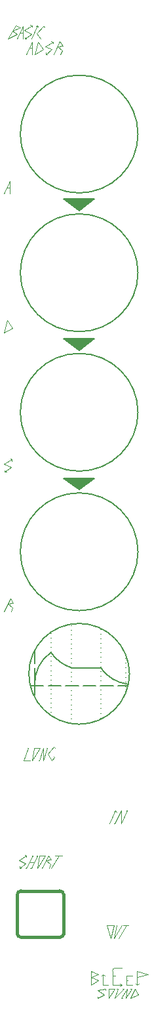
<source format=gto>
G04 #@! TF.GenerationSoftware,KiCad,Pcbnew,7.0.7-7.0.7~ubuntu22.04.1*
G04 #@! TF.CreationDate,2024-01-01T18:28:44+01:00*
G04 #@! TF.ProjectId,Basic-ADSR,42617369-632d-4414-9453-522e6b696361,rev?*
G04 #@! TF.SameCoordinates,Original*
G04 #@! TF.FileFunction,Legend,Top*
G04 #@! TF.FilePolarity,Positive*
%FSLAX46Y46*%
G04 Gerber Fmt 4.6, Leading zero omitted, Abs format (unit mm)*
G04 Created by KiCad (PCBNEW 7.0.7-7.0.7~ubuntu22.04.1) date 2024-01-01 18:28:44*
%MOMM*%
%LPD*%
G01*
G04 APERTURE LIST*
%ADD10C,0.120000*%
%ADD11C,0.150000*%
%ADD12C,0.400000*%
%ADD13C,0.100000*%
%ADD14O,6.700000X4.200000*%
G04 APERTURE END LIST*
D10*
X92700000Y-133200000D02*
X92500000Y-133100000D01*
X90900000Y-26800000D02*
X91900000Y-26400000D01*
X102600000Y-148500000D02*
X102600000Y-149900000D01*
X94100000Y-26100000D02*
X93900000Y-26200000D01*
X102600000Y-148500000D02*
X102400000Y-148700000D01*
D11*
X93250000Y-111250000D02*
X94900000Y-111250000D01*
X95500000Y-111250000D02*
X97150000Y-111250000D01*
X97750000Y-111250000D02*
X99400000Y-111250000D01*
X100000000Y-111250000D02*
X101650000Y-111250000D01*
X102250000Y-111250000D02*
X103900000Y-111250000D01*
X104500000Y-111250000D02*
X105750000Y-111250000D01*
D10*
X90500000Y-46200000D02*
X89800000Y-47800000D01*
X102600000Y-148500000D02*
X102800000Y-148700000D01*
X94050000Y-27125000D02*
X94500000Y-27800000D01*
X101000000Y-149900000D02*
X102000000Y-149300000D01*
D11*
X93750000Y-106750000D02*
X93750000Y-108400000D01*
X93750000Y-109000000D02*
X93750000Y-110650000D01*
X93750000Y-111250000D02*
X93750000Y-112500000D01*
D10*
X97300000Y-29300000D02*
X97100000Y-29800000D01*
X90500000Y-46200000D02*
X90500000Y-47800000D01*
D12*
X91500000Y-143250000D02*
G75*
G03*
X92000000Y-143750000I500000J0D01*
G01*
D10*
X94850000Y-119300000D02*
X94350000Y-120900000D01*
D12*
X97000000Y-143750000D02*
X92000000Y-143750000D01*
D10*
X93400000Y-28200000D02*
X93400000Y-29800000D01*
D11*
X102284856Y-104000000D02*
X102284856Y-104000000D01*
X102284856Y-104600000D02*
X102284856Y-104600000D01*
X102284856Y-105200000D02*
X102284856Y-105200000D01*
X102284856Y-105800000D02*
X102284856Y-105800000D01*
X102284856Y-106400000D02*
X102284856Y-106400000D01*
X102284856Y-107000000D02*
X102284856Y-107000000D01*
X102284856Y-107600000D02*
X102284856Y-107600000D01*
X102284856Y-108200000D02*
X102284856Y-108200000D01*
X102284856Y-108800000D02*
X102284856Y-108800000D01*
X102284856Y-109400000D02*
X102284856Y-109400000D01*
X102284856Y-110000000D02*
X102284856Y-110000000D01*
X102284856Y-110600000D02*
X102284856Y-110600000D01*
X102284856Y-111200000D02*
X102284856Y-111200000D01*
X102284856Y-111800000D02*
X102284856Y-111800000D01*
X102284856Y-112400000D02*
X102284856Y-112400000D01*
X102284856Y-113000000D02*
X102284856Y-113000000D01*
X102284856Y-113600000D02*
X102284856Y-113600000D01*
X102284856Y-114200000D02*
X102284856Y-114200000D01*
X102284856Y-114800000D02*
X102284856Y-114800000D01*
X102284856Y-115400000D02*
X102284856Y-115400000D01*
D10*
X105000000Y-149900000D02*
X104800000Y-150100000D01*
X92500000Y-27800000D02*
X92700000Y-27800000D01*
D11*
X99500000Y-50000000D02*
X97500000Y-48500000D01*
X101500000Y-48500000D01*
X99500000Y-50000000D01*
G36*
X99500000Y-50000000D02*
G01*
X97500000Y-48500000D01*
X101500000Y-48500000D01*
X99500000Y-50000000D01*
G37*
D10*
X91900000Y-26400000D02*
X91300000Y-26100000D01*
X105600000Y-148700000D02*
X105600000Y-149900000D01*
X104500000Y-150400000D02*
X104300000Y-150400000D01*
D11*
X107100000Y-94000000D02*
G75*
G03*
X107100000Y-94000000I-7600000J0D01*
G01*
D10*
X103100000Y-142150000D02*
X104000000Y-142150000D01*
X96000000Y-29200000D02*
X95200000Y-29800000D01*
X93050000Y-134100000D02*
X93600000Y-134100000D01*
X105600000Y-149300000D02*
X105800000Y-149300000D01*
X105700000Y-150400000D02*
X105500000Y-151600000D01*
X94350000Y-120900000D02*
X94250000Y-120900000D01*
X90200000Y-64100000D02*
X89800000Y-65700000D01*
X105600000Y-148700000D02*
X106400000Y-148700000D01*
X90500000Y-47000000D02*
X90200000Y-47000000D01*
X106700000Y-150400000D02*
X107100000Y-151200000D01*
X104900000Y-129100000D02*
X105700000Y-127400000D01*
X95800000Y-134300000D02*
X95600000Y-134800000D01*
X93400000Y-28200000D02*
X92700000Y-29800000D01*
X95900000Y-133700000D02*
X95200000Y-133800000D01*
D11*
X107100000Y-76000000D02*
G75*
G03*
X107100000Y-76000000I-7600000J0D01*
G01*
D10*
X107000000Y-148100000D02*
X108400000Y-148500000D01*
X96250000Y-119200000D02*
X95450000Y-120100000D01*
X92200000Y-27000000D02*
X91900000Y-27000000D01*
D11*
X99500000Y-68000000D02*
X97500000Y-66500000D01*
X101500000Y-66500000D01*
X99500000Y-68000000D01*
G36*
X99500000Y-68000000D02*
G01*
X97500000Y-66500000D01*
X101500000Y-66500000D01*
X99500000Y-68000000D01*
G37*
D10*
X105200000Y-142150000D02*
X105900000Y-142150000D01*
X104100000Y-129100000D02*
X104000000Y-129100000D01*
X104200000Y-127400000D02*
X104300000Y-127600000D01*
X105700000Y-150400000D02*
X104900000Y-151600000D01*
X90800000Y-82100000D02*
X90600000Y-82000000D01*
X90800000Y-82100000D02*
X90800000Y-82300000D01*
X94900000Y-26175000D02*
X95000000Y-26275000D01*
X92700000Y-133200000D02*
X91700000Y-133800000D01*
X93650000Y-119300000D02*
X94450000Y-119300000D01*
X94087500Y-134800000D02*
X94312500Y-133200000D01*
X94900000Y-29200000D02*
X94200000Y-28200000D01*
X93300000Y-27800000D02*
X94100000Y-26100000D01*
D11*
X98534856Y-103500000D02*
X98534856Y-103500000D01*
X98534856Y-104100000D02*
X98534856Y-104100000D01*
X98534856Y-104700000D02*
X98534856Y-104700000D01*
X98534856Y-105300000D02*
X98534856Y-105300000D01*
X98534856Y-105900000D02*
X98534856Y-105900000D01*
X98534856Y-106500000D02*
X98534856Y-106500000D01*
X98534856Y-107100000D02*
X98534856Y-107100000D01*
X98534856Y-107700000D02*
X98534856Y-107700000D01*
X98534856Y-108300000D02*
X98534856Y-108300000D01*
X98534856Y-108900000D02*
X98534856Y-108900000D01*
X98534856Y-109500000D02*
X98534856Y-109500000D01*
X98534856Y-110100000D02*
X98534856Y-110100000D01*
X98534856Y-110700000D02*
X98534856Y-110700000D01*
X98534856Y-111300000D02*
X98534856Y-111300000D01*
X98534856Y-111900000D02*
X98534856Y-111900000D01*
X98534856Y-112500000D02*
X98534856Y-112500000D01*
X98534856Y-113100000D02*
X98534856Y-113100000D01*
X98534856Y-113700000D02*
X98534856Y-113700000D01*
X98534856Y-114300000D02*
X98534856Y-114300000D01*
X98534856Y-114900000D02*
X98534856Y-114900000D01*
X98534856Y-115500000D02*
X98534856Y-115500000D01*
X98534856Y-116100000D02*
X98534856Y-116100000D01*
D10*
X92200000Y-26200000D02*
X92200000Y-27800000D01*
X105000000Y-149900000D02*
X104800000Y-149700000D01*
X93300000Y-27200000D02*
X92500000Y-27800000D01*
X93500000Y-133200000D02*
X92700000Y-134800000D01*
X106300000Y-150400000D02*
X106100000Y-150400000D01*
D12*
X92000000Y-137750000D02*
G75*
G03*
X91500000Y-138250000I0J-500000D01*
G01*
D10*
X97000000Y-28100000D02*
X96200000Y-29800000D01*
X104200000Y-127400000D02*
X104000000Y-127500000D01*
X102900000Y-150400000D02*
X101900000Y-150600000D01*
X104200000Y-147700000D02*
G75*
G03*
X103800000Y-148100000I0J-400000D01*
G01*
X108400000Y-148500000D02*
X107000000Y-148900000D01*
D11*
X95850483Y-106994708D02*
G75*
G03*
X93750002Y-111250000I2753617J-4005292D01*
G01*
D10*
X103400000Y-129100000D02*
X104200000Y-127400000D01*
X90900000Y-101200000D02*
X90700000Y-101700000D01*
D11*
X95854111Y-107000008D02*
G75*
G03*
X98534856Y-108979389I4269189J2976908D01*
G01*
D10*
X95500000Y-133200000D02*
X95900000Y-133700000D01*
X94200000Y-28200000D02*
X93800000Y-29800000D01*
X92950000Y-119300000D02*
X92850000Y-119300000D01*
X94100000Y-133200000D02*
X94000000Y-133200000D01*
X96100000Y-28200000D02*
X96100000Y-28400000D01*
X94450000Y-119300000D02*
X93425000Y-120900000D01*
X95200000Y-133800000D02*
X95800000Y-134300000D01*
X91800000Y-134800000D02*
X91800000Y-134600000D01*
X96200000Y-120400000D02*
X96300000Y-120500000D01*
X97000000Y-28100000D02*
X97400000Y-28700000D01*
X90900000Y-65100000D02*
X90200000Y-64100000D01*
X102900000Y-150400000D02*
X102900000Y-150600000D01*
X90300000Y-100700000D02*
X90900000Y-101200000D01*
X90300000Y-27800000D02*
X91500000Y-27200000D01*
X91700000Y-133800000D02*
X92600000Y-134200000D01*
X93400000Y-26100000D02*
X92400000Y-26700000D01*
X107000000Y-149900000D02*
X107200000Y-149700000D01*
X94312500Y-133200000D02*
X95112500Y-133200000D01*
X103800000Y-149900000D02*
X105000000Y-149900000D01*
X94850000Y-119300000D02*
X94850000Y-120900000D01*
X94100000Y-133200000D02*
X93300000Y-134800000D01*
X91000000Y-100600000D02*
X90300000Y-100700000D01*
X95200000Y-29800000D02*
X95200000Y-29600000D01*
X95950000Y-120900000D02*
X96300000Y-120500000D01*
X92400000Y-26700000D02*
X93300000Y-27200000D01*
X106700000Y-150400000D02*
X106100000Y-151600000D01*
X107000000Y-148100000D02*
X107000000Y-149900000D01*
X102700000Y-151200000D02*
X101900000Y-151600000D01*
X96250000Y-119200000D02*
X96350000Y-119300000D01*
X103800000Y-148700000D02*
X104200000Y-148700000D01*
X104100000Y-150400000D02*
X103300000Y-150400000D01*
X95200000Y-29800000D02*
X95400000Y-29800000D01*
X92700000Y-133200000D02*
X92700000Y-133400000D01*
X92200000Y-26200000D02*
X91500000Y-27800000D01*
X93500000Y-133200000D02*
X93400000Y-133200000D01*
X90600000Y-100000000D02*
X89800000Y-101700000D01*
X93300000Y-134800000D02*
X93200000Y-134800000D01*
D11*
X105500000Y-107750000D02*
X105500000Y-107750000D01*
X105500000Y-108350000D02*
X105500000Y-108350000D01*
X105500000Y-108950000D02*
X105500000Y-108950000D01*
X105500000Y-109550000D02*
X105500000Y-109550000D01*
X105500000Y-110150000D02*
X105500000Y-110150000D01*
X105500000Y-110750000D02*
X105500000Y-110750000D01*
X105500000Y-111350000D02*
X105500000Y-111350000D01*
X105500000Y-111950000D02*
X105500000Y-111950000D01*
D10*
X95350000Y-119300000D02*
X94850000Y-120900000D01*
X104000000Y-143850000D02*
X105000000Y-142150000D01*
X94100000Y-26100000D02*
X94200000Y-26300000D01*
D11*
X99500000Y-86000000D02*
X97500000Y-84500000D01*
X101500000Y-84500000D01*
X99500000Y-86000000D01*
G36*
X99500000Y-86000000D02*
G01*
X97500000Y-84500000D01*
X101500000Y-84500000D01*
X99500000Y-86000000D01*
G37*
D10*
X106100000Y-151600000D02*
X107100000Y-151200000D01*
X106800000Y-149700000D02*
X107000000Y-149900000D01*
X89900000Y-83700000D02*
X89900000Y-83500000D01*
X95500000Y-133200000D02*
X94700000Y-134800000D01*
D11*
X95854122Y-104500000D02*
X95854122Y-104500000D01*
X95854122Y-105100000D02*
X95854122Y-105100000D01*
X95854122Y-105700000D02*
X95854122Y-105700000D01*
X95854122Y-106300000D02*
X95854122Y-106300000D01*
X95854122Y-106900000D02*
X95854122Y-106900000D01*
X95854122Y-107500000D02*
X95854122Y-107500000D01*
X95854122Y-108100000D02*
X95854122Y-108100000D01*
X95854122Y-108700000D02*
X95854122Y-108700000D01*
X95854122Y-109300000D02*
X95854122Y-109300000D01*
X95854122Y-109900000D02*
X95854122Y-109900000D01*
X95854122Y-110500000D02*
X95854122Y-110500000D01*
X95854122Y-111100000D02*
X95854122Y-111100000D01*
X95854122Y-111700000D02*
X95854122Y-111700000D01*
X95854122Y-112300000D02*
X95854122Y-112300000D01*
X95854122Y-112900000D02*
X95854122Y-112900000D01*
X95854122Y-113500000D02*
X95854122Y-113500000D01*
X95854122Y-114100000D02*
X95854122Y-114100000D01*
X95854122Y-114700000D02*
X95854122Y-114700000D01*
D10*
X103300000Y-150400000D02*
X103300000Y-151600000D01*
X96400000Y-133200000D02*
X97300000Y-133200000D01*
D11*
X107100000Y-40100000D02*
G75*
G03*
X107100000Y-40100000I-7600000J0D01*
G01*
D10*
X105300000Y-150400000D02*
X105100000Y-150400000D01*
X103800000Y-148100000D02*
X103800000Y-149900000D01*
D12*
X91500000Y-138250000D02*
X91500000Y-143250000D01*
X97500000Y-138250000D02*
G75*
G03*
X97000000Y-137750000I-500000J0D01*
G01*
D10*
X92950000Y-119300000D02*
X92350000Y-120900000D01*
X96700000Y-28800000D02*
X97300000Y-29300000D01*
X95100000Y-28800000D02*
X96000000Y-29200000D01*
X93400000Y-26100000D02*
X93200000Y-26000000D01*
X101000000Y-148900000D02*
X102000000Y-148500000D01*
X93800000Y-29800000D02*
X94900000Y-29200000D01*
X105700000Y-127400000D02*
X105600000Y-127400000D01*
X97400000Y-28700000D02*
X96700000Y-28800000D01*
X101900000Y-151600000D02*
X101900000Y-151400000D01*
X94500000Y-27800000D02*
X94600000Y-27700000D01*
X103300000Y-151600000D02*
X104100000Y-150400000D01*
X95112500Y-133200000D02*
X94087500Y-134800000D01*
X94900000Y-26175000D02*
X94050000Y-27125000D01*
X104100000Y-151600000D02*
X105300000Y-150400000D01*
X89800000Y-82700000D02*
X90700000Y-83100000D01*
X92700000Y-134800000D02*
X92600000Y-134800000D01*
X89800000Y-65700000D02*
X90900000Y-65100000D01*
X104100000Y-129100000D02*
X104900000Y-127400000D01*
X90700000Y-83100000D02*
X89900000Y-83700000D01*
X104000000Y-142150000D02*
X103600000Y-143850000D01*
D11*
X102284865Y-108979384D02*
G75*
G03*
X105753231Y-111081095I4105835J2862984D01*
G01*
D10*
X95350000Y-119300000D02*
X95250000Y-119300000D01*
X95450000Y-120100000D02*
X95950000Y-120900000D01*
X101000000Y-148100000D02*
X101000000Y-149900000D01*
X102600000Y-149900000D02*
X103200000Y-149900000D01*
X104900000Y-151600000D02*
X105100000Y-151600000D01*
X105600000Y-149900000D02*
X106400000Y-149900000D01*
X91800000Y-134800000D02*
X92000000Y-134800000D01*
X90600000Y-100000000D02*
X91000000Y-100600000D01*
X103600000Y-143850000D02*
X103100000Y-142150000D01*
D11*
X106000000Y-109750000D02*
G75*
G03*
X106000000Y-109750000I-6500000J0D01*
G01*
D10*
X91300000Y-26100000D02*
X90300000Y-27800000D01*
X91500000Y-27200000D02*
X90900000Y-26800000D01*
X101900000Y-150600000D02*
X102700000Y-151200000D01*
X104500000Y-150400000D02*
X104100000Y-151600000D01*
D12*
X97000000Y-143750000D02*
G75*
G03*
X97500000Y-143250000I0J500000D01*
G01*
X97500000Y-138250000D02*
X97500000Y-143250000D01*
D10*
X104900000Y-127400000D02*
X104900000Y-129100000D01*
X92350000Y-120900000D02*
X93150000Y-120900000D01*
X105500000Y-151600000D02*
X106300000Y-150400000D01*
X96100000Y-28200000D02*
X95900000Y-28100000D01*
X92600000Y-134200000D02*
X91800000Y-134800000D01*
X104300000Y-142150000D02*
X104000000Y-143850000D01*
X96850000Y-133200000D02*
X95900000Y-134800000D01*
X107000000Y-149900000D02*
X107000000Y-149700000D01*
X90800000Y-82100000D02*
X89800000Y-82700000D01*
X93400000Y-29000000D02*
X93100000Y-29000000D01*
D12*
X92000000Y-137750000D02*
X97000000Y-137750000D01*
D10*
X93400000Y-26100000D02*
X93400000Y-26300000D01*
D11*
X107100000Y-58000000D02*
G75*
G03*
X107100000Y-58000000I-7600000J0D01*
G01*
D10*
X104200000Y-147700000D02*
X105000000Y-147700000D01*
D11*
X98534856Y-108979390D02*
X102284856Y-108979390D01*
D10*
X93425000Y-120900000D02*
X93650000Y-119300000D01*
X105600000Y-142150000D02*
X104600000Y-143850000D01*
X89900000Y-83700000D02*
X90100000Y-83700000D01*
X102000000Y-148500000D02*
X101000000Y-148100000D01*
X102000000Y-149300000D02*
X101000000Y-148900000D01*
X96100000Y-28200000D02*
X95100000Y-28800000D01*
X92500000Y-27800000D02*
X92500000Y-27600000D01*
%LPC*%
D13*
X97000000Y-143250000D02*
X92000000Y-143250000D01*
X92000000Y-138250000D01*
X97000000Y-138250000D01*
X97000000Y-143250000D01*
G36*
X97000000Y-143250000D02*
G01*
X92000000Y-143250000D01*
X92000000Y-138250000D01*
X97000000Y-138250000D01*
X97000000Y-143250000D01*
G37*
D14*
X104500000Y-27500000D03*
X94500000Y-150000000D03*
%LPD*%
M02*

</source>
